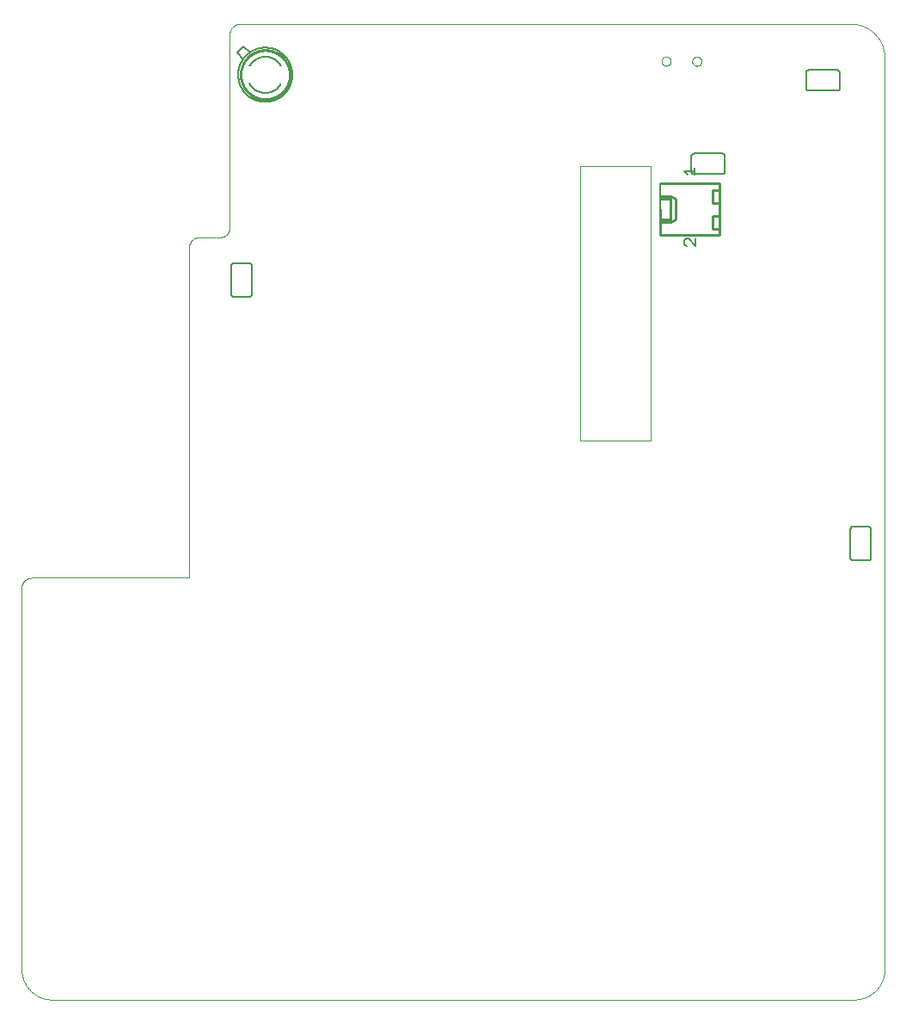
<source format=gto>
G75*
%MOIN*%
%OFA0B0*%
%FSLAX25Y25*%
%IPPOS*%
%LPD*%
%AMOC8*
5,1,8,0,0,1.08239X$1,22.5*
%
%ADD10C,0.00000*%
%ADD11C,0.00500*%
%ADD12C,0.01000*%
%ADD13C,0.00700*%
%ADD14C,0.00600*%
D10*
X0013311Y0001500D02*
X0324335Y0001500D01*
X0324620Y0001503D01*
X0324906Y0001514D01*
X0325191Y0001531D01*
X0325475Y0001555D01*
X0325759Y0001586D01*
X0326042Y0001624D01*
X0326323Y0001669D01*
X0326604Y0001720D01*
X0326884Y0001778D01*
X0327162Y0001843D01*
X0327438Y0001915D01*
X0327712Y0001993D01*
X0327985Y0002078D01*
X0328255Y0002170D01*
X0328523Y0002268D01*
X0328789Y0002372D01*
X0329052Y0002483D01*
X0329312Y0002600D01*
X0329570Y0002723D01*
X0329824Y0002853D01*
X0330075Y0002989D01*
X0330323Y0003130D01*
X0330567Y0003278D01*
X0330808Y0003431D01*
X0331044Y0003591D01*
X0331277Y0003756D01*
X0331506Y0003926D01*
X0331731Y0004102D01*
X0331951Y0004284D01*
X0332167Y0004470D01*
X0332378Y0004662D01*
X0332585Y0004859D01*
X0332787Y0005061D01*
X0332984Y0005268D01*
X0333176Y0005479D01*
X0333362Y0005695D01*
X0333544Y0005915D01*
X0333720Y0006140D01*
X0333890Y0006369D01*
X0334055Y0006602D01*
X0334215Y0006838D01*
X0334368Y0007079D01*
X0334516Y0007323D01*
X0334657Y0007571D01*
X0334793Y0007822D01*
X0334923Y0008076D01*
X0335046Y0008334D01*
X0335163Y0008594D01*
X0335274Y0008857D01*
X0335378Y0009123D01*
X0335476Y0009391D01*
X0335568Y0009661D01*
X0335653Y0009934D01*
X0335731Y0010208D01*
X0335803Y0010484D01*
X0335868Y0010762D01*
X0335926Y0011042D01*
X0335977Y0011323D01*
X0336022Y0011604D01*
X0336060Y0011887D01*
X0336091Y0012171D01*
X0336115Y0012455D01*
X0336132Y0012740D01*
X0336143Y0013026D01*
X0336146Y0013311D01*
X0336146Y0366461D01*
X0336142Y0366775D01*
X0336131Y0367089D01*
X0336112Y0367402D01*
X0336085Y0367715D01*
X0336051Y0368027D01*
X0336010Y0368338D01*
X0335961Y0368648D01*
X0335904Y0368957D01*
X0335840Y0369264D01*
X0335768Y0369570D01*
X0335690Y0369874D01*
X0335604Y0370176D01*
X0335510Y0370476D01*
X0335410Y0370773D01*
X0335302Y0371068D01*
X0335187Y0371360D01*
X0335065Y0371650D01*
X0334936Y0371936D01*
X0334800Y0372219D01*
X0334658Y0372499D01*
X0334509Y0372775D01*
X0334353Y0373047D01*
X0334190Y0373316D01*
X0334021Y0373581D01*
X0333846Y0373841D01*
X0333665Y0374098D01*
X0333477Y0374349D01*
X0333284Y0374596D01*
X0333084Y0374839D01*
X0332879Y0375076D01*
X0332668Y0375309D01*
X0332451Y0375536D01*
X0332229Y0375758D01*
X0332002Y0375975D01*
X0331769Y0376186D01*
X0331532Y0376391D01*
X0331289Y0376591D01*
X0331042Y0376784D01*
X0330791Y0376972D01*
X0330534Y0377153D01*
X0330274Y0377328D01*
X0330009Y0377497D01*
X0329740Y0377660D01*
X0329468Y0377816D01*
X0329192Y0377965D01*
X0328912Y0378107D01*
X0328629Y0378243D01*
X0328343Y0378372D01*
X0328053Y0378494D01*
X0327761Y0378609D01*
X0327466Y0378717D01*
X0327169Y0378817D01*
X0326869Y0378911D01*
X0326567Y0378997D01*
X0326263Y0379075D01*
X0325957Y0379147D01*
X0325650Y0379211D01*
X0325341Y0379268D01*
X0325031Y0379317D01*
X0324720Y0379358D01*
X0324408Y0379392D01*
X0324095Y0379419D01*
X0323782Y0379438D01*
X0323468Y0379449D01*
X0323154Y0379453D01*
X0086151Y0379453D01*
X0086027Y0379451D01*
X0085903Y0379445D01*
X0085780Y0379436D01*
X0085657Y0379422D01*
X0085534Y0379404D01*
X0085412Y0379383D01*
X0085291Y0379358D01*
X0085171Y0379329D01*
X0085051Y0379296D01*
X0084933Y0379260D01*
X0084816Y0379220D01*
X0084700Y0379176D01*
X0084585Y0379129D01*
X0084473Y0379078D01*
X0084361Y0379023D01*
X0084252Y0378965D01*
X0084144Y0378904D01*
X0084039Y0378839D01*
X0083935Y0378771D01*
X0083834Y0378700D01*
X0083735Y0378626D01*
X0083638Y0378548D01*
X0083544Y0378468D01*
X0083453Y0378385D01*
X0083364Y0378298D01*
X0083277Y0378209D01*
X0083194Y0378118D01*
X0083114Y0378024D01*
X0083036Y0377927D01*
X0082962Y0377828D01*
X0082891Y0377727D01*
X0082823Y0377623D01*
X0082758Y0377518D01*
X0082697Y0377410D01*
X0082639Y0377301D01*
X0082584Y0377189D01*
X0082533Y0377077D01*
X0082486Y0376962D01*
X0082442Y0376846D01*
X0082402Y0376729D01*
X0082366Y0376611D01*
X0082333Y0376491D01*
X0082304Y0376371D01*
X0082279Y0376250D01*
X0082258Y0376128D01*
X0082240Y0376005D01*
X0082226Y0375882D01*
X0082217Y0375759D01*
X0082211Y0375635D01*
X0082209Y0375511D01*
X0082209Y0300713D01*
X0082207Y0300589D01*
X0082201Y0300466D01*
X0082192Y0300342D01*
X0082178Y0300220D01*
X0082161Y0300097D01*
X0082139Y0299975D01*
X0082114Y0299854D01*
X0082085Y0299734D01*
X0082053Y0299615D01*
X0082016Y0299496D01*
X0081976Y0299379D01*
X0081933Y0299264D01*
X0081885Y0299149D01*
X0081834Y0299037D01*
X0081780Y0298926D01*
X0081722Y0298816D01*
X0081661Y0298709D01*
X0081596Y0298603D01*
X0081528Y0298500D01*
X0081457Y0298399D01*
X0081383Y0298300D01*
X0081306Y0298203D01*
X0081225Y0298109D01*
X0081142Y0298018D01*
X0081056Y0297929D01*
X0080967Y0297843D01*
X0080876Y0297760D01*
X0080782Y0297679D01*
X0080685Y0297602D01*
X0080586Y0297528D01*
X0080485Y0297457D01*
X0080382Y0297389D01*
X0080276Y0297324D01*
X0080169Y0297263D01*
X0080059Y0297205D01*
X0079948Y0297151D01*
X0079836Y0297100D01*
X0079721Y0297052D01*
X0079606Y0297009D01*
X0079489Y0296969D01*
X0079370Y0296932D01*
X0079251Y0296900D01*
X0079131Y0296871D01*
X0079010Y0296846D01*
X0078888Y0296824D01*
X0078765Y0296807D01*
X0078643Y0296793D01*
X0078519Y0296784D01*
X0078396Y0296778D01*
X0078272Y0296776D01*
X0070403Y0296776D01*
X0070279Y0296774D01*
X0070155Y0296768D01*
X0070032Y0296759D01*
X0069909Y0296745D01*
X0069786Y0296727D01*
X0069664Y0296706D01*
X0069543Y0296681D01*
X0069423Y0296652D01*
X0069303Y0296619D01*
X0069185Y0296583D01*
X0069068Y0296543D01*
X0068952Y0296499D01*
X0068837Y0296452D01*
X0068725Y0296401D01*
X0068613Y0296346D01*
X0068504Y0296288D01*
X0068396Y0296227D01*
X0068291Y0296162D01*
X0068187Y0296094D01*
X0068086Y0296023D01*
X0067987Y0295949D01*
X0067890Y0295871D01*
X0067796Y0295791D01*
X0067705Y0295708D01*
X0067616Y0295621D01*
X0067529Y0295532D01*
X0067446Y0295441D01*
X0067366Y0295347D01*
X0067288Y0295250D01*
X0067214Y0295151D01*
X0067143Y0295050D01*
X0067075Y0294946D01*
X0067010Y0294841D01*
X0066949Y0294733D01*
X0066891Y0294624D01*
X0066836Y0294512D01*
X0066785Y0294400D01*
X0066738Y0294285D01*
X0066694Y0294169D01*
X0066654Y0294052D01*
X0066618Y0293934D01*
X0066585Y0293814D01*
X0066556Y0293694D01*
X0066531Y0293573D01*
X0066510Y0293451D01*
X0066492Y0293328D01*
X0066478Y0293205D01*
X0066469Y0293082D01*
X0066463Y0292958D01*
X0066461Y0292834D01*
X0066461Y0164886D01*
X0005442Y0164886D01*
X0005318Y0164884D01*
X0005194Y0164878D01*
X0005071Y0164869D01*
X0004948Y0164855D01*
X0004825Y0164837D01*
X0004703Y0164816D01*
X0004582Y0164791D01*
X0004462Y0164762D01*
X0004342Y0164729D01*
X0004224Y0164693D01*
X0004107Y0164653D01*
X0003991Y0164609D01*
X0003876Y0164562D01*
X0003764Y0164511D01*
X0003652Y0164456D01*
X0003543Y0164398D01*
X0003435Y0164337D01*
X0003330Y0164272D01*
X0003226Y0164204D01*
X0003125Y0164133D01*
X0003026Y0164059D01*
X0002929Y0163981D01*
X0002835Y0163901D01*
X0002744Y0163818D01*
X0002655Y0163731D01*
X0002568Y0163642D01*
X0002485Y0163551D01*
X0002405Y0163457D01*
X0002327Y0163360D01*
X0002253Y0163261D01*
X0002182Y0163160D01*
X0002114Y0163056D01*
X0002049Y0162951D01*
X0001988Y0162843D01*
X0001930Y0162734D01*
X0001875Y0162622D01*
X0001824Y0162510D01*
X0001777Y0162395D01*
X0001733Y0162279D01*
X0001693Y0162162D01*
X0001657Y0162044D01*
X0001624Y0161924D01*
X0001595Y0161804D01*
X0001570Y0161683D01*
X0001549Y0161561D01*
X0001531Y0161438D01*
X0001517Y0161315D01*
X0001508Y0161192D01*
X0001502Y0161068D01*
X0001500Y0160944D01*
X0001500Y0013311D01*
X0001503Y0013026D01*
X0001514Y0012740D01*
X0001531Y0012455D01*
X0001555Y0012171D01*
X0001586Y0011887D01*
X0001624Y0011604D01*
X0001669Y0011323D01*
X0001720Y0011042D01*
X0001778Y0010762D01*
X0001843Y0010484D01*
X0001915Y0010208D01*
X0001993Y0009934D01*
X0002078Y0009661D01*
X0002170Y0009391D01*
X0002268Y0009123D01*
X0002372Y0008857D01*
X0002483Y0008594D01*
X0002600Y0008334D01*
X0002723Y0008076D01*
X0002853Y0007822D01*
X0002989Y0007571D01*
X0003130Y0007323D01*
X0003278Y0007079D01*
X0003431Y0006838D01*
X0003591Y0006602D01*
X0003756Y0006369D01*
X0003926Y0006140D01*
X0004102Y0005915D01*
X0004284Y0005695D01*
X0004470Y0005479D01*
X0004662Y0005268D01*
X0004859Y0005061D01*
X0005061Y0004859D01*
X0005268Y0004662D01*
X0005479Y0004470D01*
X0005695Y0004284D01*
X0005915Y0004102D01*
X0006140Y0003926D01*
X0006369Y0003756D01*
X0006602Y0003591D01*
X0006838Y0003431D01*
X0007079Y0003278D01*
X0007323Y0003130D01*
X0007571Y0002989D01*
X0007822Y0002853D01*
X0008076Y0002723D01*
X0008334Y0002600D01*
X0008594Y0002483D01*
X0008857Y0002372D01*
X0009123Y0002268D01*
X0009391Y0002170D01*
X0009661Y0002078D01*
X0009934Y0001993D01*
X0010208Y0001915D01*
X0010484Y0001843D01*
X0010762Y0001778D01*
X0011042Y0001720D01*
X0011323Y0001669D01*
X0011604Y0001624D01*
X0011887Y0001586D01*
X0012171Y0001555D01*
X0012455Y0001531D01*
X0012740Y0001514D01*
X0013026Y0001503D01*
X0013311Y0001500D01*
X0218035Y0218036D02*
X0218035Y0324532D01*
X0245594Y0324532D01*
X0245594Y0218036D01*
X0218035Y0218036D01*
X0249728Y0364985D02*
X0249730Y0365069D01*
X0249736Y0365152D01*
X0249746Y0365235D01*
X0249760Y0365318D01*
X0249777Y0365400D01*
X0249799Y0365481D01*
X0249824Y0365560D01*
X0249853Y0365639D01*
X0249886Y0365716D01*
X0249922Y0365791D01*
X0249962Y0365865D01*
X0250005Y0365937D01*
X0250052Y0366006D01*
X0250102Y0366073D01*
X0250155Y0366138D01*
X0250211Y0366200D01*
X0250269Y0366260D01*
X0250331Y0366317D01*
X0250395Y0366370D01*
X0250462Y0366421D01*
X0250531Y0366468D01*
X0250602Y0366513D01*
X0250675Y0366553D01*
X0250750Y0366590D01*
X0250827Y0366624D01*
X0250905Y0366654D01*
X0250984Y0366680D01*
X0251065Y0366703D01*
X0251147Y0366721D01*
X0251229Y0366736D01*
X0251312Y0366747D01*
X0251395Y0366754D01*
X0251479Y0366757D01*
X0251563Y0366756D01*
X0251646Y0366751D01*
X0251730Y0366742D01*
X0251812Y0366729D01*
X0251894Y0366713D01*
X0251975Y0366692D01*
X0252056Y0366668D01*
X0252134Y0366640D01*
X0252212Y0366608D01*
X0252288Y0366572D01*
X0252362Y0366533D01*
X0252434Y0366491D01*
X0252504Y0366445D01*
X0252572Y0366396D01*
X0252637Y0366344D01*
X0252700Y0366289D01*
X0252760Y0366231D01*
X0252818Y0366170D01*
X0252872Y0366106D01*
X0252924Y0366040D01*
X0252972Y0365972D01*
X0253017Y0365901D01*
X0253058Y0365828D01*
X0253097Y0365754D01*
X0253131Y0365678D01*
X0253162Y0365600D01*
X0253189Y0365521D01*
X0253213Y0365440D01*
X0253232Y0365359D01*
X0253248Y0365277D01*
X0253260Y0365194D01*
X0253268Y0365110D01*
X0253272Y0365027D01*
X0253272Y0364943D01*
X0253268Y0364860D01*
X0253260Y0364776D01*
X0253248Y0364693D01*
X0253232Y0364611D01*
X0253213Y0364530D01*
X0253189Y0364449D01*
X0253162Y0364370D01*
X0253131Y0364292D01*
X0253097Y0364216D01*
X0253058Y0364142D01*
X0253017Y0364069D01*
X0252972Y0363998D01*
X0252924Y0363930D01*
X0252872Y0363864D01*
X0252818Y0363800D01*
X0252760Y0363739D01*
X0252700Y0363681D01*
X0252637Y0363626D01*
X0252572Y0363574D01*
X0252504Y0363525D01*
X0252434Y0363479D01*
X0252362Y0363437D01*
X0252288Y0363398D01*
X0252212Y0363362D01*
X0252134Y0363330D01*
X0252056Y0363302D01*
X0251975Y0363278D01*
X0251894Y0363257D01*
X0251812Y0363241D01*
X0251730Y0363228D01*
X0251646Y0363219D01*
X0251563Y0363214D01*
X0251479Y0363213D01*
X0251395Y0363216D01*
X0251312Y0363223D01*
X0251229Y0363234D01*
X0251147Y0363249D01*
X0251065Y0363267D01*
X0250984Y0363290D01*
X0250905Y0363316D01*
X0250827Y0363346D01*
X0250750Y0363380D01*
X0250675Y0363417D01*
X0250602Y0363457D01*
X0250531Y0363502D01*
X0250462Y0363549D01*
X0250395Y0363600D01*
X0250331Y0363653D01*
X0250269Y0363710D01*
X0250211Y0363770D01*
X0250155Y0363832D01*
X0250102Y0363897D01*
X0250052Y0363964D01*
X0250005Y0364033D01*
X0249962Y0364105D01*
X0249922Y0364179D01*
X0249886Y0364254D01*
X0249853Y0364331D01*
X0249824Y0364410D01*
X0249799Y0364489D01*
X0249777Y0364570D01*
X0249760Y0364652D01*
X0249746Y0364735D01*
X0249736Y0364818D01*
X0249730Y0364901D01*
X0249728Y0364985D01*
X0261539Y0364985D02*
X0261541Y0365069D01*
X0261547Y0365152D01*
X0261557Y0365235D01*
X0261571Y0365318D01*
X0261588Y0365400D01*
X0261610Y0365481D01*
X0261635Y0365560D01*
X0261664Y0365639D01*
X0261697Y0365716D01*
X0261733Y0365791D01*
X0261773Y0365865D01*
X0261816Y0365937D01*
X0261863Y0366006D01*
X0261913Y0366073D01*
X0261966Y0366138D01*
X0262022Y0366200D01*
X0262080Y0366260D01*
X0262142Y0366317D01*
X0262206Y0366370D01*
X0262273Y0366421D01*
X0262342Y0366468D01*
X0262413Y0366513D01*
X0262486Y0366553D01*
X0262561Y0366590D01*
X0262638Y0366624D01*
X0262716Y0366654D01*
X0262795Y0366680D01*
X0262876Y0366703D01*
X0262958Y0366721D01*
X0263040Y0366736D01*
X0263123Y0366747D01*
X0263206Y0366754D01*
X0263290Y0366757D01*
X0263374Y0366756D01*
X0263457Y0366751D01*
X0263541Y0366742D01*
X0263623Y0366729D01*
X0263705Y0366713D01*
X0263786Y0366692D01*
X0263867Y0366668D01*
X0263945Y0366640D01*
X0264023Y0366608D01*
X0264099Y0366572D01*
X0264173Y0366533D01*
X0264245Y0366491D01*
X0264315Y0366445D01*
X0264383Y0366396D01*
X0264448Y0366344D01*
X0264511Y0366289D01*
X0264571Y0366231D01*
X0264629Y0366170D01*
X0264683Y0366106D01*
X0264735Y0366040D01*
X0264783Y0365972D01*
X0264828Y0365901D01*
X0264869Y0365828D01*
X0264908Y0365754D01*
X0264942Y0365678D01*
X0264973Y0365600D01*
X0265000Y0365521D01*
X0265024Y0365440D01*
X0265043Y0365359D01*
X0265059Y0365277D01*
X0265071Y0365194D01*
X0265079Y0365110D01*
X0265083Y0365027D01*
X0265083Y0364943D01*
X0265079Y0364860D01*
X0265071Y0364776D01*
X0265059Y0364693D01*
X0265043Y0364611D01*
X0265024Y0364530D01*
X0265000Y0364449D01*
X0264973Y0364370D01*
X0264942Y0364292D01*
X0264908Y0364216D01*
X0264869Y0364142D01*
X0264828Y0364069D01*
X0264783Y0363998D01*
X0264735Y0363930D01*
X0264683Y0363864D01*
X0264629Y0363800D01*
X0264571Y0363739D01*
X0264511Y0363681D01*
X0264448Y0363626D01*
X0264383Y0363574D01*
X0264315Y0363525D01*
X0264245Y0363479D01*
X0264173Y0363437D01*
X0264099Y0363398D01*
X0264023Y0363362D01*
X0263945Y0363330D01*
X0263867Y0363302D01*
X0263786Y0363278D01*
X0263705Y0363257D01*
X0263623Y0363241D01*
X0263541Y0363228D01*
X0263457Y0363219D01*
X0263374Y0363214D01*
X0263290Y0363213D01*
X0263206Y0363216D01*
X0263123Y0363223D01*
X0263040Y0363234D01*
X0262958Y0363249D01*
X0262876Y0363267D01*
X0262795Y0363290D01*
X0262716Y0363316D01*
X0262638Y0363346D01*
X0262561Y0363380D01*
X0262486Y0363417D01*
X0262413Y0363457D01*
X0262342Y0363502D01*
X0262273Y0363549D01*
X0262206Y0363600D01*
X0262142Y0363653D01*
X0262080Y0363710D01*
X0262022Y0363770D01*
X0261966Y0363832D01*
X0261913Y0363897D01*
X0261863Y0363964D01*
X0261816Y0364033D01*
X0261773Y0364105D01*
X0261733Y0364179D01*
X0261697Y0364254D01*
X0261664Y0364331D01*
X0261635Y0364410D01*
X0261610Y0364489D01*
X0261588Y0364570D01*
X0261571Y0364652D01*
X0261557Y0364735D01*
X0261547Y0364818D01*
X0261541Y0364901D01*
X0261539Y0364985D01*
D11*
X0272055Y0317701D02*
X0272055Y0315201D01*
X0272055Y0310201D02*
X0272055Y0307701D01*
X0272055Y0300201D02*
X0272055Y0298701D01*
X0250555Y0302701D02*
X0249055Y0302701D01*
X0249055Y0303701D01*
X0249055Y0307701D02*
X0249055Y0317701D01*
D12*
X0260555Y0317701D01*
X0272055Y0317701D01*
X0272055Y0315201D01*
X0269555Y0315201D01*
X0269555Y0310201D01*
X0272055Y0310201D01*
X0272055Y0305201D01*
X0269555Y0305201D01*
X0269555Y0300201D01*
X0272055Y0300201D01*
X0272055Y0297701D01*
X0272055Y0307701D01*
X0272055Y0310201D02*
X0272055Y0315201D01*
X0272055Y0297701D02*
X0260555Y0297701D01*
X0249055Y0297701D01*
X0249055Y0302701D01*
X0253055Y0302701D01*
X0255055Y0303701D01*
X0255055Y0311701D01*
X0253055Y0312701D01*
X0249055Y0312701D01*
X0249055Y0311701D02*
X0253055Y0311701D01*
X0253055Y0312701D01*
X0253055Y0311701D02*
X0253055Y0303701D01*
X0249055Y0303701D01*
X0249055Y0302701D02*
X0249055Y0307701D01*
X0253055Y0303701D02*
X0253055Y0302701D01*
X0086488Y0359768D02*
X0086491Y0360001D01*
X0086499Y0360234D01*
X0086514Y0360467D01*
X0086534Y0360699D01*
X0086559Y0360931D01*
X0086591Y0361162D01*
X0086628Y0361392D01*
X0086671Y0361621D01*
X0086719Y0361849D01*
X0086773Y0362076D01*
X0086832Y0362302D01*
X0086897Y0362526D01*
X0086967Y0362748D01*
X0087043Y0362968D01*
X0087125Y0363187D01*
X0087211Y0363403D01*
X0087303Y0363618D01*
X0087400Y0363830D01*
X0087502Y0364039D01*
X0087610Y0364246D01*
X0087722Y0364451D01*
X0087840Y0364652D01*
X0087962Y0364850D01*
X0088089Y0365046D01*
X0088221Y0365238D01*
X0088358Y0365427D01*
X0088499Y0365613D01*
X0088644Y0365795D01*
X0088795Y0365973D01*
X0088949Y0366148D01*
X0089108Y0366319D01*
X0089270Y0366486D01*
X0089437Y0366648D01*
X0089608Y0366807D01*
X0089783Y0366961D01*
X0089961Y0367112D01*
X0090143Y0367257D01*
X0090329Y0367398D01*
X0090518Y0367535D01*
X0090710Y0367667D01*
X0090906Y0367794D01*
X0091104Y0367916D01*
X0091305Y0368034D01*
X0091510Y0368146D01*
X0091717Y0368254D01*
X0091926Y0368356D01*
X0092138Y0368453D01*
X0092353Y0368545D01*
X0092569Y0368631D01*
X0092788Y0368713D01*
X0093008Y0368789D01*
X0093230Y0368859D01*
X0093454Y0368924D01*
X0093680Y0368983D01*
X0093907Y0369037D01*
X0094135Y0369085D01*
X0094364Y0369128D01*
X0094594Y0369165D01*
X0094825Y0369197D01*
X0095057Y0369222D01*
X0095289Y0369242D01*
X0095522Y0369257D01*
X0095755Y0369265D01*
X0095988Y0369268D01*
X0096221Y0369265D01*
X0096454Y0369257D01*
X0096687Y0369242D01*
X0096919Y0369222D01*
X0097151Y0369197D01*
X0097382Y0369165D01*
X0097612Y0369128D01*
X0097841Y0369085D01*
X0098069Y0369037D01*
X0098296Y0368983D01*
X0098522Y0368924D01*
X0098746Y0368859D01*
X0098968Y0368789D01*
X0099188Y0368713D01*
X0099407Y0368631D01*
X0099623Y0368545D01*
X0099838Y0368453D01*
X0100050Y0368356D01*
X0100259Y0368254D01*
X0100466Y0368146D01*
X0100671Y0368034D01*
X0100872Y0367916D01*
X0101070Y0367794D01*
X0101266Y0367667D01*
X0101458Y0367535D01*
X0101647Y0367398D01*
X0101833Y0367257D01*
X0102015Y0367112D01*
X0102193Y0366961D01*
X0102368Y0366807D01*
X0102539Y0366648D01*
X0102706Y0366486D01*
X0102868Y0366319D01*
X0103027Y0366148D01*
X0103181Y0365973D01*
X0103332Y0365795D01*
X0103477Y0365613D01*
X0103618Y0365427D01*
X0103755Y0365238D01*
X0103887Y0365046D01*
X0104014Y0364850D01*
X0104136Y0364652D01*
X0104254Y0364451D01*
X0104366Y0364246D01*
X0104474Y0364039D01*
X0104576Y0363830D01*
X0104673Y0363618D01*
X0104765Y0363403D01*
X0104851Y0363187D01*
X0104933Y0362968D01*
X0105009Y0362748D01*
X0105079Y0362526D01*
X0105144Y0362302D01*
X0105203Y0362076D01*
X0105257Y0361849D01*
X0105305Y0361621D01*
X0105348Y0361392D01*
X0105385Y0361162D01*
X0105417Y0360931D01*
X0105442Y0360699D01*
X0105462Y0360467D01*
X0105477Y0360234D01*
X0105485Y0360001D01*
X0105488Y0359768D01*
X0105485Y0359535D01*
X0105477Y0359302D01*
X0105462Y0359069D01*
X0105442Y0358837D01*
X0105417Y0358605D01*
X0105385Y0358374D01*
X0105348Y0358144D01*
X0105305Y0357915D01*
X0105257Y0357687D01*
X0105203Y0357460D01*
X0105144Y0357234D01*
X0105079Y0357010D01*
X0105009Y0356788D01*
X0104933Y0356568D01*
X0104851Y0356349D01*
X0104765Y0356133D01*
X0104673Y0355918D01*
X0104576Y0355706D01*
X0104474Y0355497D01*
X0104366Y0355290D01*
X0104254Y0355085D01*
X0104136Y0354884D01*
X0104014Y0354686D01*
X0103887Y0354490D01*
X0103755Y0354298D01*
X0103618Y0354109D01*
X0103477Y0353923D01*
X0103332Y0353741D01*
X0103181Y0353563D01*
X0103027Y0353388D01*
X0102868Y0353217D01*
X0102706Y0353050D01*
X0102539Y0352888D01*
X0102368Y0352729D01*
X0102193Y0352575D01*
X0102015Y0352424D01*
X0101833Y0352279D01*
X0101647Y0352138D01*
X0101458Y0352001D01*
X0101266Y0351869D01*
X0101070Y0351742D01*
X0100872Y0351620D01*
X0100671Y0351502D01*
X0100466Y0351390D01*
X0100259Y0351282D01*
X0100050Y0351180D01*
X0099838Y0351083D01*
X0099623Y0350991D01*
X0099407Y0350905D01*
X0099188Y0350823D01*
X0098968Y0350747D01*
X0098746Y0350677D01*
X0098522Y0350612D01*
X0098296Y0350553D01*
X0098069Y0350499D01*
X0097841Y0350451D01*
X0097612Y0350408D01*
X0097382Y0350371D01*
X0097151Y0350339D01*
X0096919Y0350314D01*
X0096687Y0350294D01*
X0096454Y0350279D01*
X0096221Y0350271D01*
X0095988Y0350268D01*
X0095755Y0350271D01*
X0095522Y0350279D01*
X0095289Y0350294D01*
X0095057Y0350314D01*
X0094825Y0350339D01*
X0094594Y0350371D01*
X0094364Y0350408D01*
X0094135Y0350451D01*
X0093907Y0350499D01*
X0093680Y0350553D01*
X0093454Y0350612D01*
X0093230Y0350677D01*
X0093008Y0350747D01*
X0092788Y0350823D01*
X0092569Y0350905D01*
X0092353Y0350991D01*
X0092138Y0351083D01*
X0091926Y0351180D01*
X0091717Y0351282D01*
X0091510Y0351390D01*
X0091305Y0351502D01*
X0091104Y0351620D01*
X0090906Y0351742D01*
X0090710Y0351869D01*
X0090518Y0352001D01*
X0090329Y0352138D01*
X0090143Y0352279D01*
X0089961Y0352424D01*
X0089783Y0352575D01*
X0089608Y0352729D01*
X0089437Y0352888D01*
X0089270Y0353050D01*
X0089108Y0353217D01*
X0088949Y0353388D01*
X0088795Y0353563D01*
X0088644Y0353741D01*
X0088499Y0353923D01*
X0088358Y0354109D01*
X0088221Y0354298D01*
X0088089Y0354490D01*
X0087962Y0354686D01*
X0087840Y0354884D01*
X0087722Y0355085D01*
X0087610Y0355290D01*
X0087502Y0355497D01*
X0087400Y0355706D01*
X0087303Y0355918D01*
X0087211Y0356133D01*
X0087125Y0356349D01*
X0087043Y0356568D01*
X0086967Y0356788D01*
X0086897Y0357010D01*
X0086832Y0357234D01*
X0086773Y0357460D01*
X0086719Y0357687D01*
X0086671Y0357915D01*
X0086628Y0358144D01*
X0086591Y0358374D01*
X0086559Y0358605D01*
X0086534Y0358837D01*
X0086514Y0359069D01*
X0086499Y0359302D01*
X0086491Y0359535D01*
X0086488Y0359768D01*
D13*
X0258307Y0322380D02*
X0262611Y0322380D01*
X0262611Y0323814D02*
X0262611Y0320945D01*
X0259742Y0320945D02*
X0258307Y0322380D01*
X0259325Y0296314D02*
X0258607Y0295597D01*
X0258607Y0294163D01*
X0259325Y0293445D01*
X0259325Y0296314D02*
X0260042Y0296314D01*
X0262911Y0293445D01*
X0262911Y0296314D01*
D14*
X0262240Y0321221D02*
X0273240Y0321221D01*
X0273300Y0321223D01*
X0273361Y0321228D01*
X0273420Y0321237D01*
X0273479Y0321250D01*
X0273538Y0321266D01*
X0273595Y0321286D01*
X0273650Y0321309D01*
X0273705Y0321336D01*
X0273757Y0321365D01*
X0273808Y0321398D01*
X0273857Y0321434D01*
X0273903Y0321472D01*
X0273947Y0321514D01*
X0273989Y0321558D01*
X0274027Y0321604D01*
X0274063Y0321653D01*
X0274096Y0321704D01*
X0274125Y0321756D01*
X0274152Y0321811D01*
X0274175Y0321866D01*
X0274195Y0321923D01*
X0274211Y0321982D01*
X0274224Y0322041D01*
X0274233Y0322100D01*
X0274238Y0322161D01*
X0274240Y0322221D01*
X0274240Y0328221D01*
X0274238Y0328281D01*
X0274233Y0328342D01*
X0274224Y0328401D01*
X0274211Y0328460D01*
X0274195Y0328519D01*
X0274175Y0328576D01*
X0274152Y0328631D01*
X0274125Y0328686D01*
X0274096Y0328738D01*
X0274063Y0328789D01*
X0274027Y0328838D01*
X0273989Y0328884D01*
X0273947Y0328928D01*
X0273903Y0328970D01*
X0273857Y0329008D01*
X0273808Y0329044D01*
X0273757Y0329077D01*
X0273705Y0329106D01*
X0273650Y0329133D01*
X0273595Y0329156D01*
X0273538Y0329176D01*
X0273479Y0329192D01*
X0273420Y0329205D01*
X0273361Y0329214D01*
X0273300Y0329219D01*
X0273240Y0329221D01*
X0262240Y0329221D01*
X0262180Y0329219D01*
X0262119Y0329214D01*
X0262060Y0329205D01*
X0262001Y0329192D01*
X0261942Y0329176D01*
X0261885Y0329156D01*
X0261830Y0329133D01*
X0261775Y0329106D01*
X0261723Y0329077D01*
X0261672Y0329044D01*
X0261623Y0329008D01*
X0261577Y0328970D01*
X0261533Y0328928D01*
X0261491Y0328884D01*
X0261453Y0328838D01*
X0261417Y0328789D01*
X0261384Y0328738D01*
X0261355Y0328686D01*
X0261328Y0328631D01*
X0261305Y0328576D01*
X0261285Y0328519D01*
X0261269Y0328460D01*
X0261256Y0328401D01*
X0261247Y0328342D01*
X0261242Y0328281D01*
X0261240Y0328221D01*
X0261240Y0322221D01*
X0261242Y0322161D01*
X0261247Y0322100D01*
X0261256Y0322041D01*
X0261269Y0321982D01*
X0261285Y0321923D01*
X0261305Y0321866D01*
X0261328Y0321811D01*
X0261355Y0321756D01*
X0261384Y0321704D01*
X0261417Y0321653D01*
X0261453Y0321604D01*
X0261491Y0321558D01*
X0261533Y0321514D01*
X0261577Y0321472D01*
X0261623Y0321434D01*
X0261672Y0321398D01*
X0261723Y0321365D01*
X0261775Y0321336D01*
X0261830Y0321309D01*
X0261885Y0321286D01*
X0261942Y0321266D01*
X0262001Y0321250D01*
X0262060Y0321237D01*
X0262119Y0321228D01*
X0262180Y0321223D01*
X0262240Y0321221D01*
X0305728Y0354603D02*
X0305728Y0360603D01*
X0305730Y0360663D01*
X0305735Y0360724D01*
X0305744Y0360783D01*
X0305757Y0360842D01*
X0305773Y0360901D01*
X0305793Y0360958D01*
X0305816Y0361013D01*
X0305843Y0361068D01*
X0305872Y0361120D01*
X0305905Y0361171D01*
X0305941Y0361220D01*
X0305979Y0361266D01*
X0306021Y0361310D01*
X0306065Y0361352D01*
X0306111Y0361390D01*
X0306160Y0361426D01*
X0306211Y0361459D01*
X0306263Y0361488D01*
X0306318Y0361515D01*
X0306373Y0361538D01*
X0306430Y0361558D01*
X0306489Y0361574D01*
X0306548Y0361587D01*
X0306607Y0361596D01*
X0306668Y0361601D01*
X0306728Y0361603D01*
X0317728Y0361603D01*
X0317788Y0361601D01*
X0317849Y0361596D01*
X0317908Y0361587D01*
X0317967Y0361574D01*
X0318026Y0361558D01*
X0318083Y0361538D01*
X0318138Y0361515D01*
X0318193Y0361488D01*
X0318245Y0361459D01*
X0318296Y0361426D01*
X0318345Y0361390D01*
X0318391Y0361352D01*
X0318435Y0361310D01*
X0318477Y0361266D01*
X0318515Y0361220D01*
X0318551Y0361171D01*
X0318584Y0361120D01*
X0318613Y0361068D01*
X0318640Y0361013D01*
X0318663Y0360958D01*
X0318683Y0360901D01*
X0318699Y0360842D01*
X0318712Y0360783D01*
X0318721Y0360724D01*
X0318726Y0360663D01*
X0318728Y0360603D01*
X0318728Y0354603D01*
X0318726Y0354543D01*
X0318721Y0354482D01*
X0318712Y0354423D01*
X0318699Y0354364D01*
X0318683Y0354305D01*
X0318663Y0354248D01*
X0318640Y0354193D01*
X0318613Y0354138D01*
X0318584Y0354086D01*
X0318551Y0354035D01*
X0318515Y0353986D01*
X0318477Y0353940D01*
X0318435Y0353896D01*
X0318391Y0353854D01*
X0318345Y0353816D01*
X0318296Y0353780D01*
X0318245Y0353747D01*
X0318193Y0353718D01*
X0318138Y0353691D01*
X0318083Y0353668D01*
X0318026Y0353648D01*
X0317967Y0353632D01*
X0317908Y0353619D01*
X0317849Y0353610D01*
X0317788Y0353605D01*
X0317728Y0353603D01*
X0306728Y0353603D01*
X0306668Y0353605D01*
X0306607Y0353610D01*
X0306548Y0353619D01*
X0306489Y0353632D01*
X0306430Y0353648D01*
X0306373Y0353668D01*
X0306318Y0353691D01*
X0306263Y0353718D01*
X0306211Y0353747D01*
X0306160Y0353780D01*
X0306111Y0353816D01*
X0306065Y0353854D01*
X0306021Y0353896D01*
X0305979Y0353940D01*
X0305941Y0353986D01*
X0305905Y0354035D01*
X0305872Y0354086D01*
X0305843Y0354138D01*
X0305816Y0354193D01*
X0305793Y0354248D01*
X0305773Y0354305D01*
X0305757Y0354364D01*
X0305744Y0354423D01*
X0305735Y0354482D01*
X0305730Y0354543D01*
X0305728Y0354603D01*
X0323894Y0184772D02*
X0329894Y0184772D01*
X0329954Y0184770D01*
X0330015Y0184765D01*
X0330074Y0184756D01*
X0330133Y0184743D01*
X0330192Y0184727D01*
X0330249Y0184707D01*
X0330304Y0184684D01*
X0330359Y0184657D01*
X0330411Y0184628D01*
X0330462Y0184595D01*
X0330511Y0184559D01*
X0330557Y0184521D01*
X0330601Y0184479D01*
X0330643Y0184435D01*
X0330681Y0184389D01*
X0330717Y0184340D01*
X0330750Y0184289D01*
X0330779Y0184237D01*
X0330806Y0184182D01*
X0330829Y0184127D01*
X0330849Y0184070D01*
X0330865Y0184011D01*
X0330878Y0183952D01*
X0330887Y0183893D01*
X0330892Y0183832D01*
X0330894Y0183772D01*
X0330894Y0172772D01*
X0330892Y0172712D01*
X0330887Y0172651D01*
X0330878Y0172592D01*
X0330865Y0172533D01*
X0330849Y0172474D01*
X0330829Y0172417D01*
X0330806Y0172362D01*
X0330779Y0172307D01*
X0330750Y0172255D01*
X0330717Y0172204D01*
X0330681Y0172155D01*
X0330643Y0172109D01*
X0330601Y0172065D01*
X0330557Y0172023D01*
X0330511Y0171985D01*
X0330462Y0171949D01*
X0330411Y0171916D01*
X0330359Y0171887D01*
X0330304Y0171860D01*
X0330249Y0171837D01*
X0330192Y0171817D01*
X0330133Y0171801D01*
X0330074Y0171788D01*
X0330015Y0171779D01*
X0329954Y0171774D01*
X0329894Y0171772D01*
X0323894Y0171772D01*
X0323834Y0171774D01*
X0323773Y0171779D01*
X0323714Y0171788D01*
X0323655Y0171801D01*
X0323596Y0171817D01*
X0323539Y0171837D01*
X0323484Y0171860D01*
X0323429Y0171887D01*
X0323377Y0171916D01*
X0323326Y0171949D01*
X0323277Y0171985D01*
X0323231Y0172023D01*
X0323187Y0172065D01*
X0323145Y0172109D01*
X0323107Y0172155D01*
X0323071Y0172204D01*
X0323038Y0172255D01*
X0323009Y0172307D01*
X0322982Y0172362D01*
X0322959Y0172417D01*
X0322939Y0172474D01*
X0322923Y0172533D01*
X0322910Y0172592D01*
X0322901Y0172651D01*
X0322896Y0172712D01*
X0322894Y0172772D01*
X0322894Y0183772D01*
X0322896Y0183832D01*
X0322901Y0183893D01*
X0322910Y0183952D01*
X0322923Y0184011D01*
X0322939Y0184070D01*
X0322959Y0184127D01*
X0322982Y0184182D01*
X0323009Y0184237D01*
X0323038Y0184289D01*
X0323071Y0184340D01*
X0323107Y0184389D01*
X0323145Y0184435D01*
X0323187Y0184479D01*
X0323231Y0184521D01*
X0323277Y0184559D01*
X0323326Y0184595D01*
X0323377Y0184628D01*
X0323429Y0184657D01*
X0323484Y0184684D01*
X0323539Y0184707D01*
X0323596Y0184727D01*
X0323655Y0184743D01*
X0323714Y0184756D01*
X0323773Y0184765D01*
X0323834Y0184770D01*
X0323894Y0184772D01*
X0102034Y0356241D02*
X0101947Y0356095D01*
X0101856Y0355952D01*
X0101762Y0355811D01*
X0101664Y0355672D01*
X0101563Y0355535D01*
X0101459Y0355401D01*
X0101352Y0355270D01*
X0101241Y0355141D01*
X0101127Y0355015D01*
X0101011Y0354892D01*
X0100891Y0354772D01*
X0100768Y0354654D01*
X0100643Y0354540D01*
X0100515Y0354429D01*
X0100384Y0354320D01*
X0100251Y0354215D01*
X0100115Y0354114D01*
X0099976Y0354015D01*
X0099836Y0353920D01*
X0099693Y0353829D01*
X0099548Y0353741D01*
X0099401Y0353656D01*
X0099251Y0353575D01*
X0099100Y0353498D01*
X0098947Y0353424D01*
X0098793Y0353354D01*
X0098636Y0353288D01*
X0098478Y0353226D01*
X0098319Y0353168D01*
X0098158Y0353113D01*
X0097996Y0353062D01*
X0097833Y0353016D01*
X0097669Y0352973D01*
X0097504Y0352934D01*
X0097337Y0352899D01*
X0097170Y0352869D01*
X0097003Y0352842D01*
X0096835Y0352819D01*
X0096666Y0352801D01*
X0096497Y0352787D01*
X0096327Y0352776D01*
X0096158Y0352770D01*
X0095988Y0352768D01*
X0089942Y0363295D02*
X0090029Y0363441D01*
X0090120Y0363584D01*
X0090214Y0363725D01*
X0090312Y0363864D01*
X0090413Y0364001D01*
X0090517Y0364135D01*
X0090624Y0364266D01*
X0090735Y0364395D01*
X0090849Y0364521D01*
X0090965Y0364644D01*
X0091085Y0364764D01*
X0091208Y0364882D01*
X0091333Y0364996D01*
X0091461Y0365107D01*
X0091592Y0365216D01*
X0091725Y0365321D01*
X0091861Y0365422D01*
X0092000Y0365521D01*
X0092140Y0365616D01*
X0092283Y0365707D01*
X0092428Y0365795D01*
X0092575Y0365880D01*
X0092725Y0365961D01*
X0092876Y0366038D01*
X0093029Y0366112D01*
X0093183Y0366182D01*
X0093340Y0366248D01*
X0093498Y0366310D01*
X0093657Y0366368D01*
X0093818Y0366423D01*
X0093980Y0366474D01*
X0094143Y0366520D01*
X0094307Y0366563D01*
X0094472Y0366602D01*
X0094639Y0366637D01*
X0094806Y0366667D01*
X0094973Y0366694D01*
X0095141Y0366717D01*
X0095310Y0366735D01*
X0095479Y0366749D01*
X0095649Y0366760D01*
X0095818Y0366766D01*
X0095988Y0366768D01*
X0089988Y0368268D02*
X0087488Y0370768D01*
X0084988Y0368268D01*
X0087488Y0365768D01*
X0089942Y0356241D02*
X0090029Y0356095D01*
X0090120Y0355952D01*
X0090214Y0355811D01*
X0090312Y0355672D01*
X0090413Y0355535D01*
X0090517Y0355401D01*
X0090624Y0355270D01*
X0090735Y0355141D01*
X0090849Y0355015D01*
X0090965Y0354892D01*
X0091085Y0354772D01*
X0091208Y0354654D01*
X0091333Y0354540D01*
X0091461Y0354429D01*
X0091592Y0354320D01*
X0091725Y0354215D01*
X0091861Y0354114D01*
X0092000Y0354015D01*
X0092140Y0353920D01*
X0092283Y0353829D01*
X0092428Y0353741D01*
X0092575Y0353656D01*
X0092725Y0353575D01*
X0092876Y0353498D01*
X0093029Y0353424D01*
X0093183Y0353354D01*
X0093340Y0353288D01*
X0093498Y0353226D01*
X0093657Y0353168D01*
X0093818Y0353113D01*
X0093980Y0353062D01*
X0094143Y0353016D01*
X0094307Y0352973D01*
X0094472Y0352934D01*
X0094639Y0352899D01*
X0094806Y0352869D01*
X0094973Y0352842D01*
X0095141Y0352819D01*
X0095310Y0352801D01*
X0095479Y0352787D01*
X0095649Y0352776D01*
X0095818Y0352770D01*
X0095988Y0352768D01*
X0102034Y0363295D02*
X0101947Y0363441D01*
X0101856Y0363584D01*
X0101762Y0363725D01*
X0101664Y0363864D01*
X0101563Y0364001D01*
X0101459Y0364135D01*
X0101352Y0364266D01*
X0101241Y0364395D01*
X0101127Y0364521D01*
X0101011Y0364644D01*
X0100891Y0364764D01*
X0100768Y0364882D01*
X0100643Y0364996D01*
X0100515Y0365107D01*
X0100384Y0365216D01*
X0100251Y0365321D01*
X0100115Y0365422D01*
X0099976Y0365521D01*
X0099836Y0365616D01*
X0099693Y0365707D01*
X0099548Y0365795D01*
X0099401Y0365880D01*
X0099251Y0365961D01*
X0099100Y0366038D01*
X0098947Y0366112D01*
X0098793Y0366182D01*
X0098636Y0366248D01*
X0098478Y0366310D01*
X0098319Y0366368D01*
X0098158Y0366423D01*
X0097996Y0366474D01*
X0097833Y0366520D01*
X0097669Y0366563D01*
X0097504Y0366602D01*
X0097337Y0366637D01*
X0097170Y0366667D01*
X0097003Y0366694D01*
X0096835Y0366717D01*
X0096666Y0366735D01*
X0096497Y0366749D01*
X0096327Y0366760D01*
X0096158Y0366766D01*
X0095988Y0366768D01*
X0085488Y0359768D02*
X0085491Y0360026D01*
X0085501Y0360283D01*
X0085516Y0360540D01*
X0085539Y0360797D01*
X0085567Y0361053D01*
X0085602Y0361309D01*
X0085643Y0361563D01*
X0085690Y0361816D01*
X0085743Y0362069D01*
X0085803Y0362319D01*
X0085868Y0362568D01*
X0085940Y0362816D01*
X0086018Y0363062D01*
X0086102Y0363305D01*
X0086192Y0363547D01*
X0086287Y0363786D01*
X0086389Y0364023D01*
X0086496Y0364257D01*
X0086609Y0364489D01*
X0086728Y0364718D01*
X0086852Y0364943D01*
X0086982Y0365166D01*
X0087117Y0365385D01*
X0087258Y0365601D01*
X0087403Y0365814D01*
X0087554Y0366023D01*
X0087710Y0366228D01*
X0087871Y0366429D01*
X0088037Y0366626D01*
X0088208Y0366819D01*
X0088383Y0367008D01*
X0088563Y0367193D01*
X0088748Y0367373D01*
X0088937Y0367548D01*
X0089130Y0367719D01*
X0089327Y0367885D01*
X0089528Y0368046D01*
X0089733Y0368202D01*
X0089942Y0368353D01*
X0090155Y0368498D01*
X0090371Y0368639D01*
X0090590Y0368774D01*
X0090813Y0368904D01*
X0091038Y0369028D01*
X0091267Y0369147D01*
X0091499Y0369260D01*
X0091733Y0369367D01*
X0091970Y0369469D01*
X0092209Y0369564D01*
X0092451Y0369654D01*
X0092694Y0369738D01*
X0092940Y0369816D01*
X0093188Y0369888D01*
X0093437Y0369953D01*
X0093687Y0370013D01*
X0093940Y0370066D01*
X0094193Y0370113D01*
X0094447Y0370154D01*
X0094703Y0370189D01*
X0094959Y0370217D01*
X0095216Y0370240D01*
X0095473Y0370255D01*
X0095730Y0370265D01*
X0095988Y0370268D01*
X0096246Y0370265D01*
X0096503Y0370255D01*
X0096760Y0370240D01*
X0097017Y0370217D01*
X0097273Y0370189D01*
X0097529Y0370154D01*
X0097783Y0370113D01*
X0098036Y0370066D01*
X0098289Y0370013D01*
X0098539Y0369953D01*
X0098788Y0369888D01*
X0099036Y0369816D01*
X0099282Y0369738D01*
X0099525Y0369654D01*
X0099767Y0369564D01*
X0100006Y0369469D01*
X0100243Y0369367D01*
X0100477Y0369260D01*
X0100709Y0369147D01*
X0100938Y0369028D01*
X0101163Y0368904D01*
X0101386Y0368774D01*
X0101605Y0368639D01*
X0101821Y0368498D01*
X0102034Y0368353D01*
X0102243Y0368202D01*
X0102448Y0368046D01*
X0102649Y0367885D01*
X0102846Y0367719D01*
X0103039Y0367548D01*
X0103228Y0367373D01*
X0103413Y0367193D01*
X0103593Y0367008D01*
X0103768Y0366819D01*
X0103939Y0366626D01*
X0104105Y0366429D01*
X0104266Y0366228D01*
X0104422Y0366023D01*
X0104573Y0365814D01*
X0104718Y0365601D01*
X0104859Y0365385D01*
X0104994Y0365166D01*
X0105124Y0364943D01*
X0105248Y0364718D01*
X0105367Y0364489D01*
X0105480Y0364257D01*
X0105587Y0364023D01*
X0105689Y0363786D01*
X0105784Y0363547D01*
X0105874Y0363305D01*
X0105958Y0363062D01*
X0106036Y0362816D01*
X0106108Y0362568D01*
X0106173Y0362319D01*
X0106233Y0362069D01*
X0106286Y0361816D01*
X0106333Y0361563D01*
X0106374Y0361309D01*
X0106409Y0361053D01*
X0106437Y0360797D01*
X0106460Y0360540D01*
X0106475Y0360283D01*
X0106485Y0360026D01*
X0106488Y0359768D01*
X0106485Y0359510D01*
X0106475Y0359253D01*
X0106460Y0358996D01*
X0106437Y0358739D01*
X0106409Y0358483D01*
X0106374Y0358227D01*
X0106333Y0357973D01*
X0106286Y0357720D01*
X0106233Y0357467D01*
X0106173Y0357217D01*
X0106108Y0356968D01*
X0106036Y0356720D01*
X0105958Y0356474D01*
X0105874Y0356231D01*
X0105784Y0355989D01*
X0105689Y0355750D01*
X0105587Y0355513D01*
X0105480Y0355279D01*
X0105367Y0355047D01*
X0105248Y0354818D01*
X0105124Y0354593D01*
X0104994Y0354370D01*
X0104859Y0354151D01*
X0104718Y0353935D01*
X0104573Y0353722D01*
X0104422Y0353513D01*
X0104266Y0353308D01*
X0104105Y0353107D01*
X0103939Y0352910D01*
X0103768Y0352717D01*
X0103593Y0352528D01*
X0103413Y0352343D01*
X0103228Y0352163D01*
X0103039Y0351988D01*
X0102846Y0351817D01*
X0102649Y0351651D01*
X0102448Y0351490D01*
X0102243Y0351334D01*
X0102034Y0351183D01*
X0101821Y0351038D01*
X0101605Y0350897D01*
X0101386Y0350762D01*
X0101163Y0350632D01*
X0100938Y0350508D01*
X0100709Y0350389D01*
X0100477Y0350276D01*
X0100243Y0350169D01*
X0100006Y0350067D01*
X0099767Y0349972D01*
X0099525Y0349882D01*
X0099282Y0349798D01*
X0099036Y0349720D01*
X0098788Y0349648D01*
X0098539Y0349583D01*
X0098289Y0349523D01*
X0098036Y0349470D01*
X0097783Y0349423D01*
X0097529Y0349382D01*
X0097273Y0349347D01*
X0097017Y0349319D01*
X0096760Y0349296D01*
X0096503Y0349281D01*
X0096246Y0349271D01*
X0095988Y0349268D01*
X0095730Y0349271D01*
X0095473Y0349281D01*
X0095216Y0349296D01*
X0094959Y0349319D01*
X0094703Y0349347D01*
X0094447Y0349382D01*
X0094193Y0349423D01*
X0093940Y0349470D01*
X0093687Y0349523D01*
X0093437Y0349583D01*
X0093188Y0349648D01*
X0092940Y0349720D01*
X0092694Y0349798D01*
X0092451Y0349882D01*
X0092209Y0349972D01*
X0091970Y0350067D01*
X0091733Y0350169D01*
X0091499Y0350276D01*
X0091267Y0350389D01*
X0091038Y0350508D01*
X0090813Y0350632D01*
X0090590Y0350762D01*
X0090371Y0350897D01*
X0090155Y0351038D01*
X0089942Y0351183D01*
X0089733Y0351334D01*
X0089528Y0351490D01*
X0089327Y0351651D01*
X0089130Y0351817D01*
X0088937Y0351988D01*
X0088748Y0352163D01*
X0088563Y0352343D01*
X0088383Y0352528D01*
X0088208Y0352717D01*
X0088037Y0352910D01*
X0087871Y0353107D01*
X0087710Y0353308D01*
X0087554Y0353513D01*
X0087403Y0353722D01*
X0087258Y0353935D01*
X0087117Y0354151D01*
X0086982Y0354370D01*
X0086852Y0354593D01*
X0086728Y0354818D01*
X0086609Y0355047D01*
X0086496Y0355279D01*
X0086389Y0355513D01*
X0086287Y0355750D01*
X0086192Y0355989D01*
X0086102Y0356231D01*
X0086018Y0356474D01*
X0085940Y0356720D01*
X0085868Y0356968D01*
X0085803Y0357217D01*
X0085743Y0357467D01*
X0085690Y0357720D01*
X0085643Y0357973D01*
X0085602Y0358227D01*
X0085567Y0358483D01*
X0085539Y0358739D01*
X0085516Y0358996D01*
X0085501Y0359253D01*
X0085491Y0359510D01*
X0085488Y0359768D01*
X0083736Y0286839D02*
X0089736Y0286839D01*
X0089796Y0286837D01*
X0089857Y0286832D01*
X0089916Y0286823D01*
X0089975Y0286810D01*
X0090034Y0286794D01*
X0090091Y0286774D01*
X0090146Y0286751D01*
X0090201Y0286724D01*
X0090253Y0286695D01*
X0090304Y0286662D01*
X0090353Y0286626D01*
X0090399Y0286588D01*
X0090443Y0286546D01*
X0090485Y0286502D01*
X0090523Y0286456D01*
X0090559Y0286407D01*
X0090592Y0286356D01*
X0090621Y0286304D01*
X0090648Y0286249D01*
X0090671Y0286194D01*
X0090691Y0286137D01*
X0090707Y0286078D01*
X0090720Y0286019D01*
X0090729Y0285960D01*
X0090734Y0285899D01*
X0090736Y0285839D01*
X0090736Y0274839D01*
X0090734Y0274779D01*
X0090729Y0274718D01*
X0090720Y0274659D01*
X0090707Y0274600D01*
X0090691Y0274541D01*
X0090671Y0274484D01*
X0090648Y0274429D01*
X0090621Y0274374D01*
X0090592Y0274322D01*
X0090559Y0274271D01*
X0090523Y0274222D01*
X0090485Y0274176D01*
X0090443Y0274132D01*
X0090399Y0274090D01*
X0090353Y0274052D01*
X0090304Y0274016D01*
X0090253Y0273983D01*
X0090201Y0273954D01*
X0090146Y0273927D01*
X0090091Y0273904D01*
X0090034Y0273884D01*
X0089975Y0273868D01*
X0089916Y0273855D01*
X0089857Y0273846D01*
X0089796Y0273841D01*
X0089736Y0273839D01*
X0083736Y0273839D01*
X0083676Y0273841D01*
X0083615Y0273846D01*
X0083556Y0273855D01*
X0083497Y0273868D01*
X0083438Y0273884D01*
X0083381Y0273904D01*
X0083326Y0273927D01*
X0083271Y0273954D01*
X0083219Y0273983D01*
X0083168Y0274016D01*
X0083119Y0274052D01*
X0083073Y0274090D01*
X0083029Y0274132D01*
X0082987Y0274176D01*
X0082949Y0274222D01*
X0082913Y0274271D01*
X0082880Y0274322D01*
X0082851Y0274374D01*
X0082824Y0274429D01*
X0082801Y0274484D01*
X0082781Y0274541D01*
X0082765Y0274600D01*
X0082752Y0274659D01*
X0082743Y0274718D01*
X0082738Y0274779D01*
X0082736Y0274839D01*
X0082736Y0285839D01*
X0082738Y0285899D01*
X0082743Y0285960D01*
X0082752Y0286019D01*
X0082765Y0286078D01*
X0082781Y0286137D01*
X0082801Y0286194D01*
X0082824Y0286249D01*
X0082851Y0286304D01*
X0082880Y0286356D01*
X0082913Y0286407D01*
X0082949Y0286456D01*
X0082987Y0286502D01*
X0083029Y0286546D01*
X0083073Y0286588D01*
X0083119Y0286626D01*
X0083168Y0286662D01*
X0083219Y0286695D01*
X0083271Y0286724D01*
X0083326Y0286751D01*
X0083381Y0286774D01*
X0083438Y0286794D01*
X0083497Y0286810D01*
X0083556Y0286823D01*
X0083615Y0286832D01*
X0083676Y0286837D01*
X0083736Y0286839D01*
M02*

</source>
